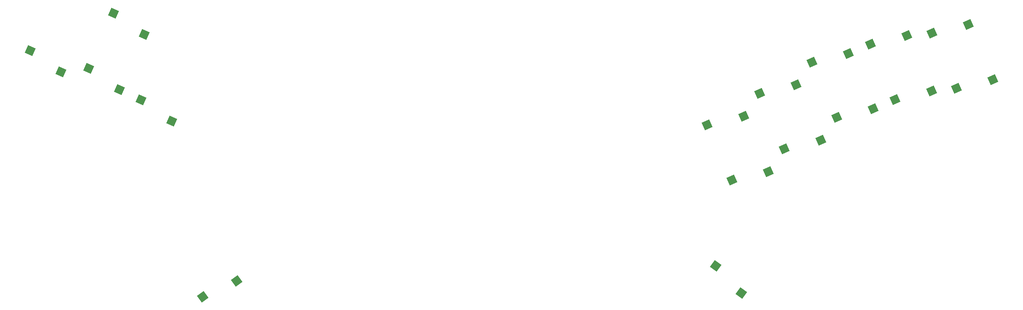
<source format=gbp>
%TF.GenerationSoftware,KiCad,Pcbnew,7.0.5*%
%TF.CreationDate,2023-07-04T10:47:42-05:00*%
%TF.ProjectId,triplejump,74726970-6c65-46a7-956d-702e6b696361,rev?*%
%TF.SameCoordinates,Original*%
%TF.FileFunction,Paste,Bot*%
%TF.FilePolarity,Positive*%
%FSLAX46Y46*%
G04 Gerber Fmt 4.6, Leading zero omitted, Abs format (unit mm)*
G04 Created by KiCad (PCBNEW 7.0.5) date 2023-07-04 10:47:42*
%MOMM*%
%LPD*%
G01*
G04 APERTURE LIST*
G04 Aperture macros list*
%AMRotRect*
0 Rectangle, with rotation*
0 The origin of the aperture is its center*
0 $1 length*
0 $2 width*
0 $3 Rotation angle, in degrees counterclockwise*
0 Add horizontal line*
21,1,$1,$2,0,0,$3*%
G04 Aperture macros list end*
%ADD10RotRect,2.600000X2.600000X24.000000*%
%ADD11RotRect,2.600000X2.600000X324.000000*%
%ADD12RotRect,2.600000X2.600000X36.000000*%
%ADD13RotRect,2.600000X2.600000X336.000000*%
G04 APERTURE END LIST*
D10*
%TO.C,SW18*%
X315286112Y-67942553D03*
X303839842Y-70630561D03*
%TD*%
D11*
%TO.C,SW10*%
X273920456Y-125910730D03*
X265869438Y-117341973D03*
%TD*%
D10*
%TO.C,SW12*%
X291077655Y-60405672D03*
X279631385Y-63093680D03*
%TD*%
D12*
%TO.C,SW9*%
X115378605Y-122060736D03*
X104741331Y-127069819D03*
%TD*%
D10*
%TO.C,SW20*%
X352920945Y-58799368D03*
X341474675Y-61487376D03*
%TD*%
D13*
%TO.C,SW5*%
X60200195Y-56332205D03*
X50543566Y-49624597D03*
%TD*%
D10*
%TO.C,SW16*%
X282365864Y-87674873D03*
X270919594Y-90362881D03*
%TD*%
%TO.C,SW14*%
X325883737Y-44909006D03*
X314437467Y-47597014D03*
%TD*%
%TO.C,SW15*%
X345172612Y-41396327D03*
X333726342Y-44084335D03*
%TD*%
D13*
%TO.C,SW7*%
X95006277Y-71828871D03*
X85349648Y-65121263D03*
%TD*%
D10*
%TO.C,SW19*%
X333632070Y-62312047D03*
X322185800Y-65000055D03*
%TD*%
D13*
%TO.C,SW6*%
X78571778Y-61905158D03*
X68915149Y-55197550D03*
%TD*%
D10*
%TO.C,SW17*%
X298825988Y-77808713D03*
X287379718Y-80496721D03*
%TD*%
%TO.C,SW11*%
X274617531Y-70271832D03*
X263171261Y-72959840D03*
%TD*%
%TO.C,SW13*%
X307537779Y-50539512D03*
X296091509Y-53227520D03*
%TD*%
D13*
%TO.C,SW8*%
X86350734Y-44518927D03*
X76694105Y-37811319D03*
%TD*%
M02*

</source>
